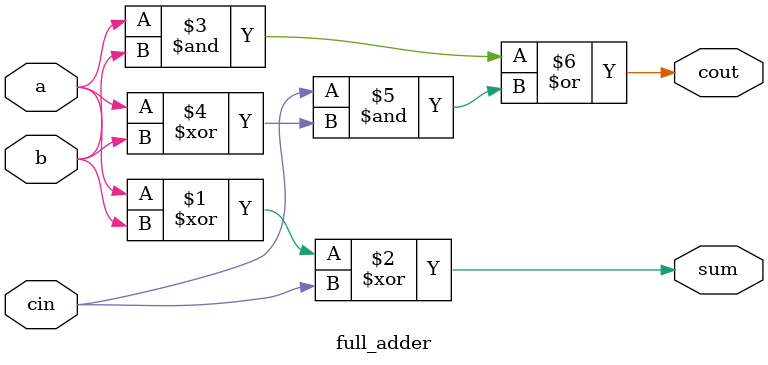
<source format=v>
`timescale 1ns / 1ps


module full_adder
(
input  wire a, 
input  wire b, 
input  wire cin, 
output wire sum, 
output wire cout
);

assign sum = a ^ b ^ cin;
assign cout = (a & b) | (cin & (a ^ b));
endmodule

</source>
